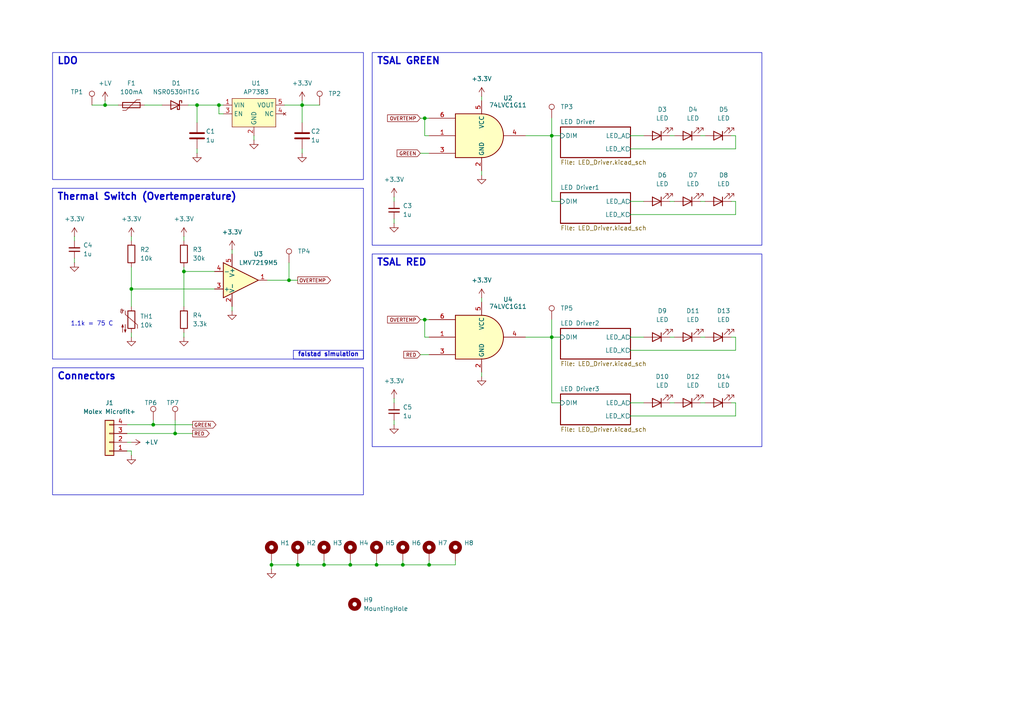
<source format=kicad_sch>
(kicad_sch (version 20250114) (generator "eeschema") (generator_version "9.0")
  (paper "A4")
  (lib_symbols
    (symbol "74xGxx:74LVC1G11"
      (property "Reference" "U" (at -5.08 10.16 0))
      (property "Value" "74LVC1G11" (at 7.62 -10.16 0))
      (symbol "74LVC1G11_0_1"
        (arc (start 0 6.35) (mid 6.3224 0) (end 0 -6.35) (stroke (width 0.254)) (fill (type background)))
        (polyline (pts (xy 0 -6.35) (xy -7.62 -6.35) (xy -7.62 6.35) (xy 0 6.35)) (stroke (width 0.254)) (fill (type background)))
      )
      (symbol "74LVC1G11_1_1"
        (pin input line (at -15.24 5.08 0) (length 7.62) (name "~") (number "6"))
        (pin input line (at -15.24 0 0) (length 7.62) (name "~") (number "1"))
        (pin input line (at -15.24 -5.08 0) (length 7.62) (name "~") (number "3"))
        (pin power_in line (at 0 10.16 270) (length 3.81) (name "VCC") (number "5"))
        (pin power_in line (at 0 -10.16 90) (length 3.81) (name "GND") (number "2"))
        (pin output line (at 12.7 0 180) (length 6.35) (name "~") (number "4"))
      )
    )
    (symbol "Comparator:LMV7219M5" (pin_names (offset 0.127))
      (property "Reference" "U3" (at 5.08 7.62 0))
      (property "Value" "LMV7219M5" (at 5.08 5.08 0))
      (symbol "LMV7219M5_0_1"
        (polyline (pts (xy -5.08 5.08) (xy 5.08 0) (xy -5.08 -5.08) (xy -5.08 5.08)) (stroke (width 0.254)) (fill (type background)))
        (pin power_in line (at -2.54 7.62 270) (length 3.81) (name "V+") (number "5"))
        (pin power_in line (at -2.54 -7.62 90) (length 3.81) (name "V-") (number "2"))
      )
      (symbol "LMV7219M5_1_1"
        (pin input line (at -7.62 2.54 0) (length 2.54) (name "-") (number "4"))
        (pin input line (at -7.62 -2.54 0) (length 2.54) (name "+") (number "3"))
        (pin output line (at 7.62 0 180) (length 2.54) (name "~") (number "1"))
      )
    )
    (symbol "Connector:TestPoint" (pin_numbers (hide yes)) (pin_names (offset 0.762) (hide yes))
      (property "Reference" "TP" (at 0 6.858 0))
      (property "Value" "TestPoint" (at 0 5.08 0))
      (symbol "TestPoint_0_1"
        (circle (center 0 3.302) (radius 0.762))
      )
      (symbol "TestPoint_1_1"
        (pin passive line (at 0 0 90) (length 2.54) (name "1") (number "1"))
      )
    )
    (symbol "Connector_Generic:Conn_01x04" (pin_names (offset 1.016) (hide yes))
      (property "Reference" "J" (at 0 5.08 0))
      (property "Value" "Conn_01x04" (at 0 -7.62 0))
      (symbol "Conn_01x04_1_1"
        (rectangle (start -1.27 3.81) (end 1.27 -6.35) (stroke (width 0.254)) (fill (type background)))
        (rectangle (start -1.27 2.667) (end 0 2.413) (stroke (width 0.1524)))
        (rectangle (start -1.27 0.127) (end 0 -0.127) (stroke (width 0.1524)))
        (rectangle (start -1.27 -2.413) (end 0 -2.667) (stroke (width 0.1524)))
        (rectangle (start -1.27 -4.953) (end 0 -5.207) (stroke (width 0.1524)))
        (pin passive line (at -5.08 2.54 0) (length 3.81) (name "Pin_1") (number "1"))
        (pin passive line (at -5.08 0 0) (length 3.81) (name "Pin_2") (number "2"))
        (pin passive line (at -5.08 -2.54 0) (length 3.81) (name "Pin_3") (number "3"))
        (pin passive line (at -5.08 -5.08 0) (length 3.81) (name "Pin_4") (number "4"))
      )
    )
    (symbol "Device:C" (pin_numbers (hide yes)) (pin_names (offset 0.254))
      (property "Reference" "C" (at 0.635 2.54 0))
      (property "Value" "C" (at 0.635 -2.54 0))
      (symbol "C_0_1"
        (polyline (pts (xy -2.032 0.762) (xy 2.032 0.762)) (stroke (width 0.508)))
        (polyline (pts (xy -2.032 -0.762) (xy 2.032 -0.762)) (stroke (width 0.508)))
      )
      (symbol "C_1_1"
        (pin passive line (at 0 3.81 270) (length 2.794) (name "~") (number "1"))
        (pin passive line (at 0 -3.81 90) (length 2.794) (name "~") (number "2"))
      )
    )
    (symbol "Device:C_Small" (pin_numbers (hide yes)) (pin_names (offset 0.254) (hide yes))
      (property "Reference" "C" (at 0.254 1.778 0))
      (property "Value" "C_Small" (at 0.254 -2.032 0))
      (symbol "C_Small_0_1"
        (polyline (pts (xy -1.524 0.508) (xy 1.524 0.508)) (stroke (width 0.3048)))
        (polyline (pts (xy -1.524 -0.508) (xy 1.524 -0.508)) (stroke (width 0.3302)))
      )
      (symbol "C_Small_1_1"
        (pin passive line (at 0 2.54 270) (length 2.032) (name "~") (number "1"))
        (pin passive line (at 0 -2.54 90) (length 2.032) (name "~") (number "2"))
      )
    )
    (symbol "Device:LED" (pin_numbers (hide yes)) (pin_names (offset 1.016) (hide yes))
      (property "Reference" "D" (at 0 2.54 0))
      (property "Value" "LED" (at 0 -2.54 0))
      (symbol "LED_0_1"
        (polyline (pts (xy -3.048 -0.762) (xy -4.572 -2.286) (xy -3.81 -2.286) (xy -4.572 -2.286) (xy -4.572 -1.524)))
        (polyline (pts (xy -1.778 -0.762) (xy -3.302 -2.286) (xy -2.54 -2.286) (xy -3.302 -2.286) (xy -3.302 -1.524)))
        (polyline (pts (xy -1.27 0) (xy 1.27 0)))
        (polyline (pts (xy -1.27 -1.27) (xy -1.27 1.27)) (stroke (width 0.254)))
        (polyline (pts (xy 1.27 -1.27) (xy 1.27 1.27) (xy -1.27 0) (xy 1.27 -1.27)) (stroke (width 0.254)))
      )
      (symbol "LED_1_1"
        (pin passive line (at -3.81 0 0) (length 2.54) (name "K") (number "1"))
        (pin passive line (at 3.81 0 180) (length 2.54) (name "A") (number "2"))
      )
    )
    (symbol "Device:Polyfuse" (pin_numbers (hide yes)) (pin_names (offset 0))
      (property "Reference" "F" (at -2.54 0 90))
      (property "Value" "Polyfuse" (at 2.54 0 90))
      (symbol "Polyfuse_0_1"
        (polyline (pts (xy -1.524 2.54) (xy -1.524 1.524) (xy 1.524 -1.524) (xy 1.524 -2.54)))
        (rectangle (start -0.762 2.54) (end 0.762 -2.54) (stroke (width 0.254)))
        (polyline (pts (xy 0 2.54) (xy 0 -2.54)))
      )
      (symbol "Polyfuse_1_1"
        (pin passive line (at 0 3.81 270) (length 1.27) (name "~") (number "1"))
        (pin passive line (at 0 -3.81 90) (length 1.27) (name "~") (number "2"))
      )
    )
    (symbol "Device:R" (pin_numbers (hide yes)) (pin_names (offset 0))
      (property "Reference" "R" (at 2.032 0 90))
      (property "Value" "R" (at 0 0 90))
      (symbol "R_0_1"
        (rectangle (start -1.016 -2.54) (end 1.016 2.54) (stroke (width 0.254)))
      )
      (symbol "R_1_1"
        (pin passive line (at 0 3.81 270) (length 1.27) (name "~") (number "1"))
        (pin passive line (at 0 -3.81 90) (length 1.27) (name "~") (number "2"))
      )
    )
    (symbol "Device:Thermistor_NTC" (pin_numbers (hide yes)) (pin_names (offset 0))
      (property "Reference" "TH" (at -4.445 0 90))
      (property "Value" "Thermistor_NTC" (at 3.175 0 90))
      (symbol "Thermistor_NTC_0_1"
        (arc (start -3.175 2.413) (mid -3.0506 2.3165) (end -3.048 2.159))
        (arc (start -3.048 2.794) (mid -2.9736 2.9736) (end -2.794 3.048))
        (arc (start -2.794 3.048) (mid -2.6144 2.9736) (end -2.54 2.794))
        (arc (start -2.794 2.54) (mid -2.9736 2.6144) (end -3.048 2.794))
        (arc (start -2.794 1.905) (mid -2.9736 1.9794) (end -3.048 2.159))
        (arc (start -2.54 2.159) (mid -2.6144 1.9794) (end -2.794 1.905))
        (arc (start -2.159 2.794) (mid -2.434 2.5608) (end -2.794 2.54))
        (polyline (pts (xy -2.54 2.159) (xy -2.54 2.794)))
        (polyline (pts (xy -2.54 -3.683) (xy -2.54 -1.397) (xy -2.794 -2.159) (xy -2.286 -2.159) (xy -2.54 -1.397) (xy -2.54 -1.651)) (fill (type outline)))
        (polyline (pts (xy -1.778 2.54) (xy -1.778 1.524) (xy 1.778 -1.524) (xy 1.778 -2.54)))
        (polyline (pts (xy -1.778 -1.397) (xy -1.778 -3.683) (xy -2.032 -2.921) (xy -1.524 -2.921) (xy -1.778 -3.683) (xy -1.778 -3.429)) (fill (type outline)))
        (rectangle (start -1.016 2.54) (end 1.016 -2.54) (stroke (width 0.254)))
      )
      (symbol "Thermistor_NTC_1_1"
        (pin passive line (at 0 3.81 270) (length 1.27) (name "~") (number "1"))
        (pin passive line (at 0 -3.81 90) (length 1.27) (name "~") (number "2"))
      )
    )
    (symbol "Diode:SS34" (pin_numbers (hide yes)) (pin_names (offset 1.016) (hide yes))
      (property "Reference" "D" (at 0 2.54 0))
      (property "Value" "SS34" (at 0 -2.54 0))
      (symbol "SS34_0_1"
        (polyline (pts (xy -1.905 0.635) (xy -1.905 1.27) (xy -1.27 1.27) (xy -1.27 -1.27) (xy -0.635 -1.27) (xy -0.635 -0.635)) (stroke (width 0.254)))
        (polyline (pts (xy 1.27 1.27) (xy 1.27 -1.27) (xy -1.27 0) (xy 1.27 1.27)) (stroke (width 0.254)))
        (polyline (pts (xy 1.27 0) (xy -1.27 0)))
      )
      (symbol "SS34_1_1"
        (pin passive line (at -3.81 0 0) (length 2.54) (name "K") (number "1"))
        (pin passive line (at 3.81 0 180) (length 2.54) (name "A") (number "2"))
      )
    )
    (symbol "Mechanical:MountingHole" (pin_names (offset 1.016)) (exclude_from_sim yes) (in_bom no)
      (property "Reference" "H" (at 0 5.08 0))
      (property "Value" "MountingHole" (at 0 3.175 0))
      (symbol "MountingHole_0_1"
        (circle (center 0 0) (radius 1.27) (stroke (width 1.27)))
      )
    )
    (symbol "Mechanical:MountingHole_Pad" (pin_numbers (hide yes)) (pin_names (offset 1.016) (hide yes)) (exclude_from_sim yes) (in_bom no)
      (property "Reference" "H" (at 0 6.35 0))
      (property "Value" "MountingHole_Pad" (at 0 4.445 0))
      (symbol "MountingHole_Pad_0_1"
        (circle (center 0 1.27) (radius 1.27) (stroke (width 1.27)))
      )
      (symbol "MountingHole_Pad_1_1"
        (pin input line (at 0 -2.54 90) (length 2.54) (name "1") (number "1"))
      )
    )
    (symbol "power:+12V" (power) (pin_numbers (hide yes)) (pin_names (offset 0) (hide yes))
      (property "Value" "+12V" (at 0 3.556 0))
      (symbol "+12V_0_1"
        (polyline (pts (xy -0.762 1.27) (xy 0 2.54)))
        (polyline (pts (xy 0 2.54) (xy 0.762 1.27)))
        (polyline (pts (xy 0 0) (xy 0 2.54)))
      )
      (symbol "+12V_1_1"
        (pin power_in line (at 0 0 90) (length 0) (name "~") (number "1"))
      )
    )
    (symbol "power:GND" (power) (pin_numbers (hide yes)) (pin_names (offset 0) (hide yes))
      (property "Value" "GND" (at 0 -3.81 0))
      (symbol "GND_0_1"
        (polyline (pts (xy 0 0) (xy 0 -1.27) (xy 1.27 -1.27) (xy 0 -2.54) (xy -1.27 -1.27) (xy 0 -1.27)))
      )
      (symbol "GND_1_1"
        (pin power_in line (at 0 0 270) (length 0) (name "~") (number "1"))
      )
    )
    (symbol "yfs:AP7383"
      (property "Reference" "U" (at -3.048 7.62 0))
      (property "Value" "AP7383" (at -0.254 5.334 0))
      (symbol "AP7383_1_0"
        (pin no_connect line (at 8.89 -1.27 180) (length 2.54) (name "NC") (number "4"))
      )
      (symbol "AP7383_1_1"
        (rectangle (start -6.35 3.175) (end 6.35 -5.08) (fill (type background)))
        (pin power_in line (at -8.89 1.27 0) (length 2.54) (name "VIN") (number "1"))
        (pin input line (at -8.89 -1.27 0) (length 2.54) (name "EN") (number "3"))
        (pin power_in line (at 0 -7.62 90) (length 2.54) (name "GND") (number "2"))
        (pin power_out line (at 8.89 1.27 180) (length 2.54) (name "VOUT") (number "5"))
      )
    )
  )
  (rectangle (start 107.95 15.24) (end 220.98 71.12))
  (rectangle (start 15.24 106.68) (end 105.41 143.51))
  (rectangle (start 85.09 101.6) (end 105.41 104.14))
  (rectangle (start 107.95 73.66) (end 220.98 129.54))
  (rectangle (start 15.24 15.24) (end 105.41 52.07))
  (rectangle (start 15.24 54.61) (end 105.41 104.14))
  (text "TSAL RED" (at 109.22 76.2 0) (effects (font (size 2 2) (thickness 0.4) (bold yes)) (justify left)))
  (text "LDO" (at 16.51 17.78 0) (effects (font (size 2 2) (thickness 0.4) (bold yes)) (justify left)))
  (text "TSAL GREEN" (at 109.22 17.78 0) (effects (font (size 2 2) (thickness 0.4) (bold yes)) (justify left)))
  (text "falstad simulation" (at 95.25 102.87 0) (effects (font (size 1.27 1.27) (thickness 0.254) (bold yes))))
  (text "1.1k = 75 C" (at 26.67 93.98 0) (effects (font (size 1.27 1.27))))
  (text "Connectors" (at 16.51 109.22 0) (effects (font (size 2 2) (thickness 0.4) (bold yes)) (justify left)))
  (text "Thermal Switch (Overtemperature)" (at 16.51 57.15 0) (effects (font (size 2 2) (thickness 0.4) (bold yes)) (justify left)))
  (junction (at 53.34 78.74))
  (junction (at 93.98 163.83))
  (junction (at 83.82 81.28))
  (junction (at 123.19 92.71))
  (junction (at 50.8 125.73))
  (junction (at 123.19 34.29))
  (junction (at 124.46 163.83))
  (junction (at 57.15 30.48))
  (junction (at 86.36 163.83))
  (junction (at 44.45 123.19))
  (junction (at 87.63 30.48))
  (junction (at 116.84 163.83))
  (junction (at 160.02 97.79))
  (junction (at 101.6 163.83))
  (junction (at 63.5 30.48))
  (junction (at 109.22 163.83))
  (junction (at 38.1 83.82))
  (junction (at 160.02 39.37))
  (junction (at 78.74 163.83))
  (junction (at 30.48 30.48))
  (wire (pts (xy 73.66 39.37) (xy 73.66 40.64)))
  (wire (pts (xy 182.88 39.37) (xy 186.69 39.37)))
  (wire (pts (xy 213.36 58.42) (xy 212.09 58.42)))
  (wire (pts (xy 213.36 97.79) (xy 213.36 101.6)))
  (wire (pts (xy 83.82 76.2) (xy 83.82 81.28)))
  (wire (pts (xy 203.2 97.79) (xy 204.47 97.79)))
  (wire (pts (xy 53.34 96.52) (xy 53.34 97.79)))
  (wire (pts (xy 114.3 57.15) (xy 114.3 58.42)))
  (wire (pts (xy 213.36 97.79) (xy 212.09 97.79)))
  (wire (pts (xy 53.34 78.74) (xy 62.23 78.74)))
  (wire (pts (xy 53.34 68.58) (xy 53.34 69.85)))
  (wire (pts (xy 121.92 92.71) (xy 123.19 92.71)))
  (wire (pts (xy 109.22 163.83) (xy 116.84 163.83)))
  (wire (pts (xy 77.47 81.28) (xy 83.82 81.28)))
  (wire (pts (xy 86.36 162.56) (xy 86.36 163.83)))
  (wire (pts (xy 63.5 33.02) (xy 63.5 30.48)))
  (wire (pts (xy 194.31 58.42) (xy 195.58 58.42)))
  (wire (pts (xy 124.46 97.79) (xy 123.19 97.79)))
  (wire (pts (xy 152.4 97.79) (xy 160.02 97.79)))
  (wire (pts (xy 92.71 30.48) (xy 87.63 30.48)))
  (wire (pts (xy 124.46 39.37) (xy 123.19 39.37)))
  (wire (pts (xy 160.02 116.84) (xy 160.02 97.79)))
  (wire (pts (xy 67.31 72.39) (xy 67.31 73.66)))
  (wire (pts (xy 203.2 39.37) (xy 204.47 39.37)))
  (wire (pts (xy 160.02 39.37) (xy 160.02 58.42)))
  (wire (pts (xy 123.19 97.79) (xy 123.19 92.71)))
  (wire (pts (xy 38.1 130.81) (xy 36.83 130.81)))
  (wire (pts (xy 123.19 92.71) (xy 124.46 92.71)))
  (wire (pts (xy 53.34 78.74) (xy 53.34 88.9)))
  (wire (pts (xy 93.98 163.83) (xy 86.36 163.83)))
  (wire (pts (xy 160.02 92.71) (xy 160.02 97.79)))
  (wire (pts (xy 26.67 30.48) (xy 30.48 30.48)))
  (wire (pts (xy 57.15 30.48) (xy 63.5 30.48)))
  (wire (pts (xy 38.1 68.58) (xy 38.1 69.85)))
  (wire (pts (xy 21.59 74.93) (xy 21.59 76.2)))
  (wire (pts (xy 139.7 107.95) (xy 139.7 109.22)))
  (wire (pts (xy 114.3 63.5) (xy 114.3 64.77)))
  (wire (pts (xy 213.36 43.18) (xy 182.88 43.18)))
  (wire (pts (xy 21.59 68.58) (xy 21.59 69.85)))
  (wire (pts (xy 139.7 27.94) (xy 139.7 29.21)))
  (wire (pts (xy 162.56 116.84) (xy 160.02 116.84)))
  (wire (pts (xy 213.36 116.84) (xy 212.09 116.84)))
  (wire (pts (xy 57.15 30.48) (xy 54.61 30.48)))
  (wire (pts (xy 55.88 123.19) (xy 44.45 123.19)))
  (wire (pts (xy 36.83 128.27) (xy 38.1 128.27)))
  (wire (pts (xy 41.91 30.48) (xy 46.99 30.48)))
  (wire (pts (xy 203.2 116.84) (xy 204.47 116.84)))
  (wire (pts (xy 57.15 30.48) (xy 57.15 35.56)))
  (wire (pts (xy 160.02 34.29) (xy 160.02 39.37)))
  (wire (pts (xy 114.3 115.57) (xy 114.3 116.84)))
  (wire (pts (xy 121.92 102.87) (xy 124.46 102.87)))
  (wire (pts (xy 114.3 121.92) (xy 114.3 123.19)))
  (wire (pts (xy 203.2 58.42) (xy 204.47 58.42)))
  (wire (pts (xy 160.02 39.37) (xy 162.56 39.37)))
  (wire (pts (xy 213.36 62.23) (xy 182.88 62.23)))
  (wire (pts (xy 213.36 39.37) (xy 213.36 43.18)))
  (wire (pts (xy 194.31 39.37) (xy 195.58 39.37)))
  (wire (pts (xy 121.92 44.45) (xy 124.46 44.45)))
  (wire (pts (xy 38.1 96.52) (xy 38.1 97.79)))
  (wire (pts (xy 87.63 35.56) (xy 87.63 30.48)))
  (wire (pts (xy 123.19 39.37) (xy 123.19 34.29)))
  (wire (pts (xy 124.46 163.83) (xy 124.46 162.56)))
  (wire (pts (xy 213.36 120.65) (xy 182.88 120.65)))
  (wire (pts (xy 93.98 162.56) (xy 93.98 163.83)))
  (wire (pts (xy 78.74 163.83) (xy 78.74 162.56)))
  (wire (pts (xy 139.7 86.36) (xy 139.7 87.63)))
  (wire (pts (xy 62.23 83.82) (xy 38.1 83.82)))
  (wire (pts (xy 160.02 97.79) (xy 162.56 97.79)))
  (wire (pts (xy 101.6 163.83) (xy 93.98 163.83)))
  (wire (pts (xy 30.48 29.21) (xy 30.48 30.48)))
  (wire (pts (xy 152.4 39.37) (xy 160.02 39.37)))
  (wire (pts (xy 123.19 34.29) (xy 124.46 34.29)))
  (wire (pts (xy 213.36 116.84) (xy 213.36 120.65)))
  (wire (pts (xy 124.46 163.83) (xy 132.08 163.83)))
  (wire (pts (xy 182.88 97.79) (xy 186.69 97.79)))
  (wire (pts (xy 194.31 97.79) (xy 195.58 97.79)))
  (wire (pts (xy 213.36 58.42) (xy 213.36 62.23)))
  (wire (pts (xy 63.5 30.48) (xy 64.77 30.48)))
  (wire (pts (xy 101.6 162.56) (xy 101.6 163.83)))
  (wire (pts (xy 78.74 163.83) (xy 78.74 165.1)))
  (wire (pts (xy 50.8 121.92) (xy 50.8 125.73)))
  (wire (pts (xy 182.88 58.42) (xy 186.69 58.42)))
  (wire (pts (xy 50.8 125.73) (xy 36.83 125.73)))
  (wire (pts (xy 50.8 125.73) (xy 55.88 125.73)))
  (wire (pts (xy 132.08 163.83) (xy 132.08 162.56)))
  (wire (pts (xy 121.92 34.29) (xy 123.19 34.29)))
  (wire (pts (xy 36.83 123.19) (xy 44.45 123.19)))
  (wire (pts (xy 162.56 58.42) (xy 160.02 58.42)))
  (wire (pts (xy 116.84 162.56) (xy 116.84 163.83)))
  (wire (pts (xy 182.88 116.84) (xy 186.69 116.84)))
  (wire (pts (xy 57.15 43.18) (xy 57.15 44.45)))
  (wire (pts (xy 87.63 29.21) (xy 87.63 30.48)))
  (wire (pts (xy 213.36 101.6) (xy 182.88 101.6)))
  (wire (pts (xy 194.31 116.84) (xy 195.58 116.84)))
  (wire (pts (xy 64.77 33.02) (xy 63.5 33.02)))
  (wire (pts (xy 38.1 132.08) (xy 38.1 130.81)))
  (wire (pts (xy 38.1 83.82) (xy 38.1 88.9)))
  (wire (pts (xy 86.36 163.83) (xy 78.74 163.83)))
  (wire (pts (xy 109.22 162.56) (xy 109.22 163.83)))
  (wire (pts (xy 139.7 49.53) (xy 139.7 50.8)))
  (wire (pts (xy 101.6 163.83) (xy 109.22 163.83)))
  (wire (pts (xy 53.34 77.47) (xy 53.34 78.74)))
  (wire (pts (xy 116.84 163.83) (xy 124.46 163.83)))
  (wire (pts (xy 87.63 30.48) (xy 82.55 30.48)))
  (wire (pts (xy 44.45 121.92) (xy 44.45 123.19)))
  (wire (pts (xy 87.63 43.18) (xy 87.63 44.45)))
  (wire (pts (xy 67.31 88.9) (xy 67.31 90.17)))
  (wire (pts (xy 83.82 81.28) (xy 86.36 81.28)))
  (wire (pts (xy 213.36 39.37) (xy 212.09 39.37)))
  (wire (pts (xy 30.48 30.48) (xy 34.29 30.48)))
  (wire (pts (xy 38.1 77.47) (xy 38.1 83.82)))
  (global_label "OVERTEMP" (shape output) (at 86.36 81.28 0) (effects (font (size 1 1))) (property "Intersheetrefs" "${INTERSHEET_REFS}" (effects (hide yes))))
  (global_label "GREEN" (shape output) (at 55.88 123.19 0) (effects (font (size 1 1))) (property "Intersheetrefs" "${INTERSHEET_REFS}" (effects (hide yes))))
  (global_label "RED" (shape input) (at 121.92 102.87 180) (effects (font (size 1 1))) (property "Intersheetrefs" "${INTERSHEET_REFS}" (effects (hide yes))))
  (global_label "GREEN" (shape input) (at 121.92 44.45 180) (effects (font (size 1 1))) (property "Intersheetrefs" "${INTERSHEET_REFS}" (effects (hide yes))))
  (global_label "OVERTEMP" (shape input) (at 121.92 34.29 180) (effects (font (size 1 1))) (property "Intersheetrefs" "${INTERSHEET_REFS}" (effects (hide yes))))
  (global_label "RED" (shape output) (at 55.88 125.73 0) (effects (font (size 1 1))) (property "Intersheetrefs" "${INTERSHEET_REFS}" (effects (hide yes))))
  (global_label "OVERTEMP" (shape input) (at 121.92 92.71 180) (effects (font (size 1 1))) (property "Intersheetrefs" "${INTERSHEET_REFS}" (effects (hide yes))))
  (symbol (lib_id "power:+12V") (at 87.63 29.21 0) (unit 1)
    (property "Reference" "#PWR03" (effects (hide yes)))
    (property "Value" "+3.3V" (at 87.63 24.13 0))
    (property "Description" "Power symbol creates a global label with name \"+12V\"" (effects (hide yes)))
  )
  (symbol (lib_id "Connector:TestPoint") (at 44.45 121.92 0) (unit 1)
    (property "Reference" "TP6" (at 41.91 116.84 0) (effects (justify left)))
    (property "Value" "TestPoint" (effects (hide yes)))
    (property "Footprint" "TestPoint:TestPoint_Pad_D1.5mm" (effects (hide yes)))
    (property "Description" "test point" (effects (hide yes)))
  )
  (symbol (lib_id "power:+12V") (at 114.3 57.15 0) (unit 1)
    (property "Reference" "#PWR09" (effects (hide yes)))
    (property "Value" "+3.3V" (at 114.3 52.07 0))
    (property "Description" "Power symbol creates a global label with name \"+12V\"" (effects (hide yes)))
  )
  (symbol (lib_id "Device:LED") (at 190.5 39.37 180) (unit 1)
    (property "Reference" "D3" (at 192.0875 31.75 0))
    (property "Value" "LED" (at 192.0875 34.29 0))
    (property "Footprint" "yfs:LED_SMD_8x7.3mm" (effects (hide yes)))
    (property "Datasheet" "https://www.lcsc.com/datasheet/lcsc_datasheet_2410121310_XINGLIGHT-XL-HD6070UGC-A2_C5349974.pdf" (effects (hide yes)))
    (property "Description" "Light emitting diode" (effects (hide yes)))
    (property "Sim.Pins" "1=K 2=A" (effects (hide yes)))
    (property "LCSC" "C5349974" (effects (hide yes)))
  )
  (symbol (lib_id "Device:LED") (at 208.28 97.79 180) (unit 1)
    (property "Reference" "D13" (at 209.8675 90.17 0))
    (property "Value" "LED" (at 209.8675 92.71 0))
    (property "Footprint" "yfs:LED_SMD_8x7.3mm" (effects (hide yes)))
    (property "Datasheet" "https://www.lcsc.com/datasheet/lcsc_datasheet_2410121310_XINGLIGHT-XL-HD6070UGC-A2_C5349974.pdf" (effects (hide yes)))
    (property "Description" "Light emitting diode" (effects (hide yes)))
    (property "Sim.Pins" "1=K 2=A" (effects (hide yes)))
    (property "LCSC" "C5349974" (effects (hide yes)))
  )
  (symbol (lib_id "power:+12V") (at 53.34 68.58 0) (unit 1)
    (property "Reference" "#PWR013" (effects (hide yes)))
    (property "Value" "+3.3V" (at 53.34 63.5 0))
    (property "Description" "Power symbol creates a global label with name \"+12V\"" (effects (hide yes)))
  )
  (symbol (lib_id "power:GND") (at 73.66 40.64 0) (unit 1)
    (property "Reference" "#PWR04" (effects (hide yes)))
    (property "Value" "GND" (effects (hide yes)))
    (property "Description" "Power symbol creates a global label with name \"GND\" , ground" (effects (hide yes)))
  )
  (symbol (lib_id "Mechanical:MountingHole_Pad") (at 86.36 160.02 0) (unit 1) (exclude_from_sim yes) (in_bom no)
    (property "Reference" "H2" (at 88.9 157.4799 0) (effects (justify left)))
    (property "Value" "MountingHole_Pad" (effects (hide yes)))
    (property "Footprint" "MountingHole:MountingHole_3.2mm_M3" (effects (hide yes)))
    (property "Description" "Mounting Hole with connection" (effects (hide yes)))
  )
  (symbol (lib_id "power:GND") (at 21.59 76.2 0) (unit 1)
    (property "Reference" "#PWR015" (effects (hide yes)))
    (property "Value" "GND" (effects (hide yes)))
    (property "Description" "Power symbol creates a global label with name \"GND\" , ground" (effects (hide yes)))
  )
  (symbol (lib_id "Device:Thermistor_NTC") (at 38.1 92.71 0) (unit 1)
    (property "Reference" "TH1" (at 40.64 91.7574 0) (effects (justify left)))
    (property "Value" "10k" (at 40.64 94.2974 0) (effects (justify left)))
    (property "Footprint" "Resistor_SMD:R_0603_1608Metric" (effects (hide yes)))
    (property "Description" "Temperature dependent resistor, negative temperature coefficient" (effects (hide yes)))
    (property "Dist #" "C13564" (effects (hide yes)))
    (property "Mfr" "Murata" (effects (hide yes)))
    (property "Mfr #" "NCP18XH103F03RB" (effects (hide yes)))
    (property "Dist" "LCSC" (effects (hide yes)))
  )
  (symbol (lib_id "Device:LED") (at 199.39 116.84 180) (unit 1)
    (property "Reference" "D12" (at 200.9775 109.22 0))
    (property "Value" "LED" (at 200.9775 111.76 0))
    (property "Footprint" "yfs:LED_SMD_8x7.3mm" (effects (hide yes)))
    (property "Datasheet" "https://www.lcsc.com/datasheet/lcsc_datasheet_2410121310_XINGLIGHT-XL-HD6070UGC-A2_C5349974.pdf" (effects (hide yes)))
    (property "Description" "Light emitting diode" (effects (hide yes)))
    (property "Sim.Pins" "1=K 2=A" (effects (hide yes)))
    (property "LCSC" "C5349974" (effects (hide yes)))
  )
  (symbol (lib_id "power:GND") (at 87.63 44.45 0) (unit 1)
    (property "Reference" "#PWR07" (effects (hide yes)))
    (property "Value" "GND" (effects (hide yes)))
    (property "Description" "Power symbol creates a global label with name \"GND\" , ground" (effects (hide yes)))
  )
  (symbol (lib_id "power:GND") (at 78.74 165.1 0) (unit 1)
    (property "Reference" "#PWR045" (effects (hide yes)))
    (property "Value" "GND" (effects (hide yes)))
    (property "Description" "Power symbol creates a global label with name \"GND\" , ground" (effects (hide yes)))
  )
  (symbol (lib_id "power:GND") (at 67.31 90.17 0) (unit 1)
    (property "Reference" "#PWR017" (effects (hide yes)))
    (property "Value" "GND" (effects (hide yes)))
    (property "Description" "Power symbol creates a global label with name \"GND\" , ground" (effects (hide yes)))
  )
  (symbol (lib_id "Device:LED") (at 199.39 39.37 180) (unit 1)
    (property "Reference" "D4" (at 200.9775 31.75 0))
    (property "Value" "LED" (at 200.9775 34.29 0))
    (property "Footprint" "yfs:LED_SMD_8x7.3mm" (effects (hide yes)))
    (property "Datasheet" "https://www.lcsc.com/datasheet/lcsc_datasheet_2410121310_XINGLIGHT-XL-HD6070UGC-A2_C5349974.pdf" (effects (hide yes)))
    (property "Description" "Light emitting diode" (effects (hide yes)))
    (property "Sim.Pins" "1=K 2=A" (effects (hide yes)))
    (property "LCSC" "C5349974" (effects (hide yes)))
  )
  (symbol (lib_id "Device:C") (at 57.15 39.37 180) (unit 1)
    (property "Reference" "C1" (at 59.69 38.1 0) (effects (justify right)))
    (property "Value" "1u" (at 59.69 40.64 0) (effects (justify right)))
    (property "Footprint" "Capacitor_SMD:C_0603_1608Metric" (effects (hide yes)))
    (property "Description" "Unpolarized capacitor" (effects (hide yes)))
  )
  (symbol (lib_id "Device:LED") (at 208.28 58.42 180) (unit 1)
    (property "Reference" "D8" (at 209.8675 50.8 0))
    (property "Value" "LED" (at 209.8675 53.34 0))
    (property "Footprint" "yfs:LED_SMD_8x7.3mm" (effects (hide yes)))
    (property "Datasheet" "https://www.lcsc.com/datasheet/lcsc_datasheet_2410121310_XINGLIGHT-XL-HD6070UGC-A2_C5349974.pdf" (effects (hide yes)))
    (property "Description" "Light emitting diode" (effects (hide yes)))
    (property "Sim.Pins" "1=K 2=A" (effects (hide yes)))
    (property "LCSC" "C5349974" (effects (hide yes)))
  )
  (symbol (lib_id "power:GND") (at 139.7 50.8 0) (unit 1)
    (property "Reference" "#PWR08" (effects (hide yes)))
    (property "Value" "GND" (effects (hide yes)))
    (property "Description" "Power symbol creates a global label with name \"GND\" , ground" (effects (hide yes)))
  )
  (symbol (lib_id "yfs:AP7383") (at 73.66 31.75 0) (unit 1)
    (property "Reference" "U1" (at 74.295 24.13 0))
    (property "Value" "AP7383" (at 74.295 26.67 0))
    (property "Footprint" "Package_TO_SOT_SMD:TSOT-23-5" (effects (hide yes)))
    (property "Datasheet" "https://4donline.ihs.com/images/VipMasterIC/IC/DIOD/DIOD-S-A0010716118/DIOD-S-A0011090771-1.pdf?hkey=CECEF36DEECDED6468708AAF2E19C0C6" (effects (hide yes)))
    (property "Description" "WIDE INPUT VOLTAGE RANGE, 150mA ULDO REGULATOR" (effects (hide yes)))
  )
  (symbol (lib_id "power:GND") (at 38.1 97.79 0) (unit 1)
    (property "Reference" "#PWR018" (effects (hide yes)))
    (property "Value" "GND" (effects (hide yes)))
    (property "Description" "Power symbol creates a global label with name \"GND\" , ground" (effects (hide yes)))
  )
  (symbol (lib_id "Diode:SS34") (at 50.8 30.48 0) (mirror y) (unit 1)
    (property "Reference" "D1" (at 51.1175 24.13 0))
    (property "Value" "NSR0530HT1G" (at 51.1175 26.67 0))
    (property "Footprint" "Diode_SMD:D_SOD-323" (effects (hide yes)))
    (property "Datasheet" "https://www.mouser.co.uk/datasheet/3/101/1/NSR0530H-D.PDF" (effects (hide yes)))
    (property "Description" "Schottky Diodes & Rectifiers 0.5 A 30 V SOD-323 S" (effects (hide yes)))
  )
  (symbol (lib_id "Mechanical:MountingHole_Pad") (at 101.6 160.02 0) (unit 1) (exclude_from_sim yes) (in_bom no)
    (property "Reference" "H4" (at 104.14 157.4799 0) (effects (justify left)))
    (property "Value" "MountingHole_Pad" (effects (hide yes)))
    (property "Footprint" "MountingHole:MountingHole_3.2mm_M3" (effects (hide yes)))
    (property "Description" "Mounting Hole with connection" (effects (hide yes)))
  )
  (symbol (lib_id "Connector:TestPoint") (at 83.82 76.2 0) (unit 1)
    (property "Reference" "TP4" (at 86.36 72.8979 0) (effects (justify left)))
    (property "Value" "TestPoint" (effects (hide yes)))
    (property "Footprint" "TestPoint:TestPoint_Pad_D1.5mm" (effects (hide yes)))
    (property "Description" "test point" (effects (hide yes)))
  )
  (symbol (lib_id "Mechanical:MountingHole_Pad") (at 93.98 160.02 0) (unit 1) (exclude_from_sim yes) (in_bom no)
    (property "Reference" "H3" (at 96.52 157.4799 0) (effects (justify left)))
    (property "Value" "MountingHole_Pad" (effects (hide yes)))
    (property "Footprint" "MountingHole:MountingHole_3.2mm_M3" (effects (hide yes)))
    (property "Description" "Mounting Hole with connection" (effects (hide yes)))
  )
  (symbol (lib_id "Connector:TestPoint") (at 160.02 34.29 0) (mirror y) (unit 1)
    (property "Reference" "TP3" (at 162.56 30.9879 0) (effects (justify right)))
    (property "Value" "TestPoint" (effects (hide yes)))
    (property "Footprint" "TestPoint:TestPoint_Pad_D1.5mm" (effects (hide yes)))
    (property "Description" "test point" (effects (hide yes)))
  )
  (symbol (lib_id "Connector:TestPoint") (at 92.71 30.48 0) (unit 1)
    (property "Reference" "TP2" (at 95.25 27.1779 0) (effects (justify left)))
    (property "Value" "TestPoint" (effects (hide yes)))
    (property "Footprint" "TestPoint:TestPoint_Pad_D1.5mm" (effects (hide yes)))
    (property "Description" "test point" (effects (hide yes)))
  )
  (symbol (lib_id "Mechanical:MountingHole") (at 102.87 175.26 0) (unit 1) (exclude_from_sim yes) (in_bom no)
    (property "Reference" "H9" (at 105.41 173.9899 0) (effects (justify left)))
    (property "Value" "MountingHole" (at 105.41 176.5299 0) (effects (justify left)))
    (property "Footprint" "MountingHole:MountingHole_2.7mm_M2.5_ISO7380" (effects (hide yes)))
    (property "Description" "Mounting Hole without connection" (effects (hide yes)))
  )
  (symbol (lib_id "Device:LED") (at 208.28 116.84 180) (unit 1)
    (property "Reference" "D14" (at 209.8675 109.22 0))
    (property "Value" "LED" (at 209.8675 111.76 0))
    (property "Footprint" "yfs:LED_SMD_8x7.3mm" (effects (hide yes)))
    (property "Datasheet" "https://www.lcsc.com/datasheet/lcsc_datasheet_2410121310_XINGLIGHT-XL-HD6070UGC-A2_C5349974.pdf" (effects (hide yes)))
    (property "Description" "Light emitting diode" (effects (hide yes)))
    (property "Sim.Pins" "1=K 2=A" (effects (hide yes)))
    (property "LCSC" "C5349974" (effects (hide yes)))
  )
  (symbol (lib_id "Device:Polyfuse") (at 38.1 30.48 90) (unit 1)
    (property "Reference" "F1" (at 38.1 24.13 90))
    (property "Value" "100mA" (at 38.1 26.67 90))
    (property "Footprint" "Resistor_SMD:R_0805_2012Metric" (effects (hide yes)))
    (property "Description" "Resettable fuse, polymeric positive temperature coefficient" (effects (hide yes)))
  )
  (symbol (lib_id "Device:LED") (at 190.5 97.79 180) (unit 1)
    (property "Reference" "D9" (at 192.0875 90.17 0))
    (property "Value" "LED" (at 192.0875 92.71 0))
    (property "Footprint" "yfs:LED_SMD_8x7.3mm" (effects (hide yes)))
    (property "Datasheet" "https://www.lcsc.com/datasheet/lcsc_datasheet_2410121310_XINGLIGHT-XL-HD6070UGC-A2_C5349974.pdf" (effects (hide yes)))
    (property "Description" "Light emitting diode" (effects (hide yes)))
    (property "Sim.Pins" "1=K 2=A" (effects (hide yes)))
    (property "LCSC" "C5349974" (effects (hide yes)))
  )
  (symbol (lib_id "power:+12V") (at 67.31 72.39 0) (unit 1)
    (property "Reference" "#PWR014" (effects (hide yes)))
    (property "Value" "+3.3V" (at 67.31 67.31 0))
    (property "Description" "Power symbol creates a global label with name \"+12V\"" (effects (hide yes)))
  )
  (symbol (lib_id "power:GND") (at 57.15 44.45 0) (unit 1)
    (property "Reference" "#PWR06" (effects (hide yes)))
    (property "Value" "GND" (effects (hide yes)))
    (property "Description" "Power symbol creates a global label with name \"GND\" , ground" (effects (hide yes)))
  )
  (symbol (lib_id "Connector_Generic:Conn_01x04") (at 31.75 128.27 180) (unit 1)
    (property "Reference" "J1" (at 31.75 116.84 0))
    (property "Value" "Molex Microfit+" (at 31.75 119.38 0))
    (property "Footprint" "Connector_PinHeader_2.54mm:PinHeader_1x04_P2.54mm_Vertical" (effects (hide yes)))
    (property "Description" "Generic connector, single row, 01x04, script generated (kicad-library-utils/schlib/autogen/connector/)" (effects (hide yes)))
  )
  (symbol (lib_id "Mechanical:MountingHole_Pad") (at 116.84 160.02 0) (unit 1) (exclude_from_sim yes) (in_bom no)
    (property "Reference" "H6" (at 119.38 157.4799 0) (effects (justify left)))
    (property "Value" "MountingHole_Pad" (effects (hide yes)))
    (property "Footprint" "MountingHole:MountingHole_3.2mm_M3" (effects (hide yes)))
    (property "Description" "Mounting Hole with connection" (effects (hide yes)))
  )
  (symbol (lib_id "power:+12V") (at 30.48 29.21 0) (unit 1)
    (property "Reference" "#PWR02" (effects (hide yes)))
    (property "Value" "+LV" (at 30.48 24.13 0))
    (property "Description" "Power symbol creates a global label with name \"+12V\"" (effects (hide yes)))
  )
  (symbol (lib_id "power:GND") (at 38.1 132.08 0) (unit 1)
    (property "Reference" "#PWR024" (effects (hide yes)))
    (property "Value" "GND" (effects (hide yes)))
    (property "Description" "Power symbol creates a global label with name \"GND\" , ground" (effects (hide yes)))
  )
  (symbol (lib_id "74xGxx:74LVC1G11") (at 139.7 39.37 0) (unit 1)
    (property "Reference" "U2" (at 147.32 28.448 0))
    (property "Value" "74LVC1G11" (at 147.32 30.48 0))
    (property "Footprint" "Package_TO_SOT_SMD:SOT-23-6" (effects (hide yes)))
    (property "Datasheet" "http://www.ti.com/lit/sg/scyt129e/scyt129e.pdf" (effects (hide yes)))
    (property "Description" "Single AND 3-Input Gate, Low-Voltage CMOS" (effects (hide yes)))
  )
  (symbol (lib_id "Device:R") (at 53.34 92.71 0) (unit 1)
    (property "Reference" "R4" (at 55.88 91.4399 0) (effects (justify left)))
    (property "Value" "3.3k" (at 55.88 93.9799 0) (effects (justify left)))
    (property "Footprint" "Resistor_SMD:R_0603_1608Metric" (effects (hide yes)))
    (property "Description" "Resistor" (effects (hide yes)))
  )
  (symbol (lib_id "power:GND") (at 139.7 109.22 0) (unit 1)
    (property "Reference" "#PWR020" (effects (hide yes)))
    (property "Value" "GND" (effects (hide yes)))
    (property "Description" "Power symbol creates a global label with name \"GND\" , ground" (effects (hide yes)))
  )
  (symbol (lib_id "Device:C_Small") (at 114.3 60.96 180) (unit 1)
    (property "Reference" "C3" (at 116.84 59.6835 0) (effects (justify right)))
    (property "Value" "1u" (at 116.84 62.2235 0) (effects (justify right)))
    (property "Footprint" "Capacitor_SMD:C_0603_1608Metric" (effects (hide yes)))
    (property "Description" "Unpolarized capacitor, small symbol" (effects (hide yes)))
  )
  (symbol (lib_id "Device:LED") (at 199.39 97.79 180) (unit 1)
    (property "Reference" "D11" (at 200.9775 90.17 0))
    (property "Value" "LED" (at 200.9775 92.71 0))
    (property "Footprint" "yfs:LED_SMD_8x7.3mm" (effects (hide yes)))
    (property "Datasheet" "https://www.lcsc.com/datasheet/lcsc_datasheet_2410121310_XINGLIGHT-XL-HD6070UGC-A2_C5349974.pdf" (effects (hide yes)))
    (property "Description" "Light emitting diode" (effects (hide yes)))
    (property "Sim.Pins" "1=K 2=A" (effects (hide yes)))
    (property "LCSC" "C5349974" (effects (hide yes)))
  )
  (symbol (lib_id "Mechanical:MountingHole_Pad") (at 109.22 160.02 0) (unit 1) (exclude_from_sim yes) (in_bom no)
    (property "Reference" "H5" (at 111.76 157.4799 0) (effects (justify left)))
    (property "Value" "MountingHole_Pad" (effects (hide yes)))
    (property "Footprint" "MountingHole:MountingHole_3.2mm_M3" (effects (hide yes)))
    (property "Description" "Mounting Hole with connection" (effects (hide yes)))
  )
  (symbol (lib_id "power:GND") (at 53.34 97.79 0) (unit 1)
    (property "Reference" "#PWR019" (effects (hide yes)))
    (property "Value" "GND" (effects (hide yes)))
    (property "Description" "Power symbol creates a global label with name \"GND\" , ground" (effects (hide yes)))
  )
  (symbol (lib_id "Device:C") (at 87.63 39.37 180) (unit 1)
    (property "Reference" "C2" (at 90.17 38.1 0) (effects (justify right)))
    (property "Value" "1u" (at 90.17 40.64 0) (effects (justify right)))
    (property "Footprint" "Capacitor_SMD:C_0603_1608Metric" (effects (hide yes)))
    (property "Description" "Unpolarized capacitor" (effects (hide yes)))
  )
  (symbol (lib_id "power:+12V") (at 114.3 115.57 0) (unit 1)
    (property "Reference" "#PWR021" (effects (hide yes)))
    (property "Value" "+3.3V" (at 114.3 110.49 0))
    (property "Description" "Power symbol creates a global label with name \"+12V\"" (effects (hide yes)))
  )
  (symbol (lib_id "Device:LED") (at 190.5 58.42 180) (unit 1)
    (property "Reference" "D6" (at 192.0875 50.8 0))
    (property "Value" "LED" (at 192.0875 53.34 0))
    (property "Footprint" "yfs:LED_SMD_8x7.3mm" (effects (hide yes)))
    (property "Datasheet" "https://www.lcsc.com/datasheet/lcsc_datasheet_2410121310_XINGLIGHT-XL-HD6070UGC-A2_C5349974.pdf" (effects (hide yes)))
    (property "Description" "Light emitting diode" (effects (hide yes)))
    (property "Sim.Pins" "1=K 2=A" (effects (hide yes)))
    (property "LCSC" "C5349974" (effects (hide yes)))
  )
  (symbol (lib_id "Device:R") (at 53.34 73.66 0) (unit 1)
    (property "Reference" "R3" (at 55.88 72.3899 0) (effects (justify left)))
    (property "Value" "30k" (at 55.88 74.9299 0) (effects (justify left)))
    (property "Footprint" "Resistor_SMD:R_0603_1608Metric" (effects (hide yes)))
    (property "Description" "Resistor" (effects (hide yes)))
  )
  (symbol (lib_id "Device:R") (at 38.1 73.66 0) (unit 1)
    (property "Reference" "R2" (at 40.64 72.3899 0) (effects (justify left)))
    (property "Value" "10k" (at 40.64 74.9299 0) (effects (justify left)))
    (property "Footprint" "Resistor_SMD:R_0603_1608Metric" (effects (hide yes)))
    (property "Description" "Resistor" (effects (hide yes)))
  )
  (symbol (lib_id "Device:C_Small") (at 114.3 119.38 180) (unit 1)
    (property "Reference" "C5" (at 116.84 118.1035 0) (effects (justify right)))
    (property "Value" "1u" (at 116.84 120.6435 0) (effects (justify right)))
    (property "Footprint" "Capacitor_SMD:C_0603_1608Metric" (effects (hide yes)))
    (property "Description" "Unpolarized capacitor, small symbol" (effects (hide yes)))
  )
  (symbol (lib_id "Connector:TestPoint") (at 160.02 92.71 0) (mirror y) (unit 1)
    (property "Reference" "TP5" (at 162.56 89.4079 0) (effects (justify right)))
    (property "Value" "TestPoint" (effects (hide yes)))
    (property "Footprint" "TestPoint:TestPoint_Pad_D1.5mm" (effects (hide yes)))
    (property "Description" "test point" (effects (hide yes)))
  )
  (symbol (lib_id "Device:LED") (at 199.39 58.42 180) (unit 1)
    (property "Reference" "D7" (at 200.9775 50.8 0))
    (property "Value" "LED" (at 200.9775 53.34 0))
    (property "Footprint" "yfs:LED_SMD_8x7.3mm" (effects (hide yes)))
    (property "Datasheet" "https://www.lcsc.com/datasheet/lcsc_datasheet_2410121310_XINGLIGHT-XL-HD6070UGC-A2_C5349974.pdf" (effects (hide yes)))
    (property "Description" "Light emitting diode" (effects (hide yes)))
    (property "Sim.Pins" "1=K 2=A" (effects (hide yes)))
    (property "LCSC" "C5349974" (effects (hide yes)))
  )
  (symbol (lib_id "74xGxx:74LVC1G11") (at 139.7 97.79 0) (unit 1)
    (property "Reference" "U4" (at 147.32 86.868 0))
    (property "Value" "74LVC1G11" (at 147.32 88.9 0))
    (property "Footprint" "Package_TO_SOT_SMD:SOT-23-6" (effects (hide yes)))
    (property "Datasheet" "http://www.ti.com/lit/sg/scyt129e/scyt129e.pdf" (effects (hide yes)))
    (property "Description" "Single AND 3-Input Gate, Low-Voltage CMOS" (effects (hide yes)))
  )
  (symbol (lib_id "Mechanical:MountingHole_Pad") (at 124.46 160.02 0) (unit 1) (exclude_from_sim yes) (in_bom no)
    (property "Reference" "H7" (at 127 157.4799 0) (effects (justify left)))
    (property "Value" "MountingHole_Pad" (effects (hide yes)))
    (property "Footprint" "MountingHole:MountingHole_3.2mm_M3" (effects (hide yes)))
    (property "Description" "Mounting Hole with connection" (effects (hide yes)))
  )
  (symbol (lib_id "power:+12V") (at 139.7 86.36 0) (unit 1)
    (property "Reference" "#PWR016" (effects (hide yes)))
    (property "Value" "+3.3V" (at 139.7 81.28 0))
    (property "Description" "Power symbol creates a global label with name \"+12V\"" (effects (hide yes)))
  )
  (symbol (lib_id "Device:LED") (at 208.28 39.37 180) (unit 1)
    (property "Reference" "D5" (at 209.8675 31.75 0))
    (property "Value" "LED" (at 209.8675 34.29 0))
    (property "Footprint" "yfs:LED_SMD_8x7.3mm" (effects (hide yes)))
    (property "Datasheet" "https://www.lcsc.com/datasheet/lcsc_datasheet_2410121310_XINGLIGHT-XL-HD6070UGC-A2_C5349974.pdf" (effects (hide yes)))
    (property "Description" "Light emitting diode" (effects (hide yes)))
    (property "Sim.Pins" "1=K 2=A" (effects (hide yes)))
    (property "LCSC" "C5349974" (effects (hide yes)))
  )
  (symbol (lib_id "Device:LED") (at 190.5 116.84 180) (unit 1)
    (property "Reference" "D10" (at 192.0875 109.22 0))
    (property "Value" "LED" (at 192.0875 111.76 0))
    (property "Footprint" "yfs:LED_SMD_8x7.3mm" (effects (hide yes)))
    (property "Datasheet" "https://www.lcsc.com/datasheet/lcsc_datasheet_2410121310_XINGLIGHT-XL-HD6070UGC-A2_C5349974.pdf" (effects (hide yes)))
    (property "Description" "Light emitting diode" (effects (hide yes)))
    (property "Sim.Pins" "1=K 2=A" (effects (hide yes)))
    (property "LCSC" "C5349974" (effects (hide yes)))
  )
  (symbol (lib_id "power:GND") (at 114.3 64.77 0) (unit 1)
    (property "Reference" "#PWR010" (effects (hide yes)))
    (property "Value" "GND" (effects (hide yes)))
    (property "Description" "Power symbol creates a global label with name \"GND\" , ground" (effects (hide yes)))
  )
  (symbol (lib_id "Connector:TestPoint") (at 50.8 121.92 0) (unit 1)
    (property "Reference" "TP7" (at 48.26 116.84 0) (effects (justify left)))
    (property "Value" "TestPoint" (effects (hide yes)))
    (property "Footprint" "TestPoint:TestPoint_Pad_D1.5mm" (effects (hide yes)))
    (property "Description" "test point" (effects (hide yes)))
  )
  (symbol (lib_id "Comparator:LMV7219M5") (at 69.85 81.28 0) (unit 1)
    (property "Reference" "U3" (at 74.93 73.66 0))
    (property "Value" "LMV7219M5" (at 74.93 76.2 0))
    (property "Footprint" "Package_TO_SOT_SMD:SOT-23-5" (effects (hide yes)))
    (property "Datasheet" "https://www.ti.com/lit/ds/symlink/lmv7219.pdf" (effects (hide yes)))
    (property "Description" "Single Low-Power High-Speed Push-Pull Output Comparator, SOT-23-5" (effects (hide yes)))
  )
  (symbol (lib_id "power:+12V") (at 139.7 27.94 0) (unit 1)
    (property "Reference" "#PWR01" (effects (hide yes)))
    (property "Value" "+3.3V" (at 139.7 22.86 0))
    (property "Description" "Power symbol creates a global label with name \"+12V\"" (effects (hide yes)))
  )
  (symbol (lib_id "power:+12V") (at 38.1 128.27 270) (unit 1)
    (property "Reference" "#PWR023" (effects (hide yes)))
    (property "Value" "+LV" (at 41.91 128.2699 90) (effects (justify left)))
    (property "Description" "Power symbol creates a global label with name \"+12V\"" (effects (hide yes)))
  )
  (symbol (lib_id "power:+12V") (at 21.59 68.58 0) (unit 1)
    (property "Reference" "#PWR011" (effects (hide yes)))
    (property "Value" "+3.3V" (at 21.59 63.5 0))
    (property "Description" "Power symbol creates a global label with name \"+12V\"" (effects (hide yes)))
  )
  (symbol (lib_id "Device:C_Small") (at 21.59 72.39 180) (unit 1)
    (property "Reference" "C4" (at 24.13 71.1135 0) (effects (justify right)))
    (property "Value" "1u" (at 24.13 73.6535 0) (effects (justify right)))
    (property "Footprint" "Capacitor_SMD:C_0603_1608Metric" (effects (hide yes)))
    (property "Description" "Unpolarized capacitor, small symbol" (effects (hide yes)))
  )
  (symbol (lib_id "Mechanical:MountingHole_Pad") (at 78.74 160.02 0) (unit 1) (exclude_from_sim yes) (in_bom no)
    (property "Reference" "H1" (at 81.28 157.4799 0) (effects (justify left)))
    (property "Value" "MountingHole_Pad" (effects (hide yes)))
    (property "Footprint" "MountingHole:MountingHole_3.2mm_M3" (effects (hide yes)))
    (property "Description" "Mounting Hole with connection" (effects (hide yes)))
  )
  (symbol (lib_id "Connector:TestPoint") (at 26.67 30.48 0) (mirror y) (unit 1)
    (property "Reference" "TP1" (at 24.13 26.67 0) (effects (justify left)))
    (property "Value" "TestPoint" (effects (hide yes)))
    (property "Footprint" "TestPoint:TestPoint_Pad_D1.5mm" (effects (hide yes)))
    (property "Description" "test point" (effects (hide yes)))
  )
  (symbol (lib_id "power:GND") (at 114.3 123.19 0) (unit 1)
    (property "Reference" "#PWR022" (effects (hide yes)))
    (property "Value" "GND" (effects (hide yes)))
    (property "Description" "Power symbol creates a global label with name \"GND\" , ground" (effects (hide yes)))
  )
  (symbol (lib_id "power:+12V") (at 38.1 68.58 0) (unit 1)
    (property "Reference" "#PWR012" (effects (hide yes)))
    (property "Value" "+3.3V" (at 38.1 63.5 0))
    (property "Description" "Power symbol creates a global label with name \"+12V\"" (effects (hide yes)))
  )
  (symbol (lib_id "Mechanical:MountingHole_Pad") (at 132.08 160.02 0) (unit 1) (exclude_from_sim yes) (in_bom no)
    (property "Reference" "H8" (at 134.62 157.4799 0) (effects (justify left)))
    (property "Value" "MountingHole_Pad" (effects (hide yes)))
    (property "Footprint" "MountingHole:MountingHole_3.2mm_M3" (effects (hide yes)))
    (property "Description" "Mounting Hole with connection" (effects (hide yes)))
  )
  (sheet (at 162.56 95.25) (size 20.32 8.89) (stroke (width 0.254))
    (property "Sheetname" "LED Driver2" (at 162.56 94.4876 0) (effects (justify left bottom)))
    (property "Sheetfile" "LED_Driver.kicad_sch" (at 162.56 104.7754 0) (effects (justify left top)))
    (pin "DIM" input (at 162.56 97.79 180))
    (pin "LED_A" output (at 182.88 97.79 0))
    (pin "LED_K" output (at 182.88 101.6 0))
  )
  (sheet (at 162.56 114.3) (size 20.32 8.89) (stroke (width 0.254))
    (property "Sheetname" "LED Driver3" (at 162.56 113.5376 0) (effects (justify left bottom)))
    (property "Sheetfile" "LED_Driver.kicad_sch" (at 162.56 123.8254 0) (effects (justify left top)))
    (pin "DIM" input (at 162.56 116.84 180))
    (pin "LED_A" output (at 182.88 116.84 0))
    (pin "LED_K" output (at 182.88 120.65 0))
  )
  (sheet (at 162.56 55.88) (size 20.32 8.89) (stroke (width 0.254))
    (property "Sheetname" "LED Driver1" (at 162.56 55.1176 0) (effects (justify left bottom)))
    (property "Sheetfile" "LED_Driver.kicad_sch" (at 162.56 65.4054 0) (effects (justify left top)))
    (pin "DIM" input (at 162.56 58.42 180))
    (pin "LED_A" output (at 182.88 58.42 0))
    (pin "LED_K" output (at 182.88 62.23 0))
  )
  (sheet (at 162.56 36.83) (size 20.32 8.89) (stroke (width 0.254))
    (property "Sheetname" "LED Driver" (at 162.56 36.0676 0) (effects (justify left bottom)))
    (property "Sheetfile" "LED_Driver.kicad_sch" (at 162.56 46.3554 0) (effects (justify left top)))
    (pin "DIM" input (at 162.56 39.37 180))
    (pin "LED_A" output (at 182.88 39.37 0))
    (pin "LED_K" output (at 182.88 43.18 0))
  )
)
</source>
